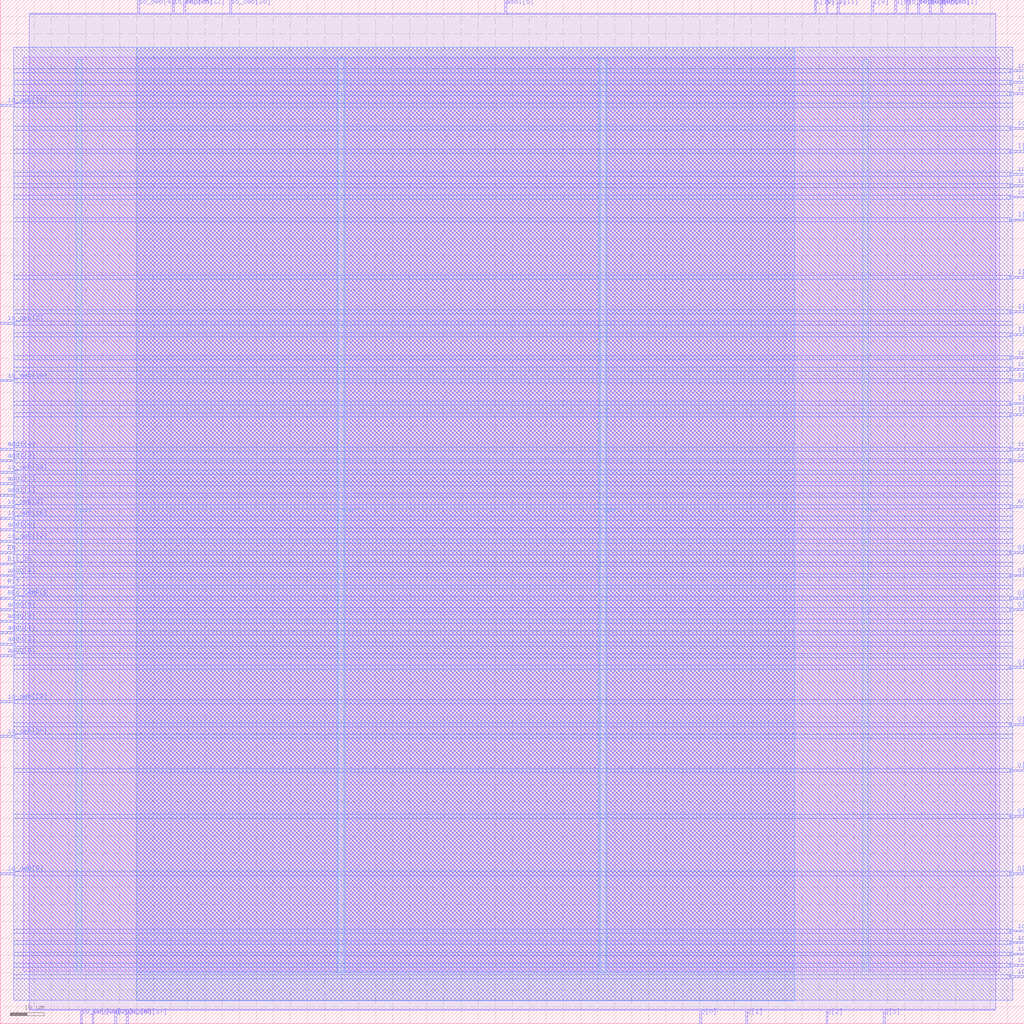
<source format=lef>
VERSION 5.7 ;
  NOWIREEXTENSIONATPIN ON ;
  DIVIDERCHAR "/" ;
  BUSBITCHARS "[]" ;
MACRO OQPSK_RCOSINE_ALL
  CLASS BLOCK ;
  FOREIGN OQPSK_RCOSINE_ALL ;
  ORIGIN 0.000 0.000 ;
  SIZE 300.000 BY 300.000 ;
  PIN ACK
    DIRECTION INPUT ;
    USE SIGNAL ;
    ANTENNAGATEAREA 0.741000 ;
    ANTENNADIFFAREA 0.410400 ;
    PORT
      LAYER Metal3 ;
        RECT 296.000 151.200 300.000 151.760 ;
    END
  END ACK
  PIN Bit_In
    DIRECTION INPUT ;
    USE SIGNAL ;
    ANTENNAGATEAREA 0.741000 ;
    ANTENNADIFFAREA 0.410400 ;
    PORT
      LAYER Metal3 ;
        RECT 0.000 134.400 4.000 134.960 ;
    END
  END Bit_In
  PIN EN
    DIRECTION INPUT ;
    USE SIGNAL ;
    ANTENNAGATEAREA 0.741000 ;
    ANTENNADIFFAREA 0.410400 ;
    PORT
      LAYER Metal3 ;
        RECT 0.000 137.760 4.000 138.320 ;
    END
  END EN
  PIN I[0]
    DIRECTION OUTPUT TRISTATE ;
    USE SIGNAL ;
    ANTENNADIFFAREA 4.731200 ;
    PORT
      LAYER Metal3 ;
        RECT 296.000 181.440 300.000 182.000 ;
    END
  END I[0]
  PIN I[10]
    DIRECTION OUTPUT TRISTATE ;
    USE SIGNAL ;
    ANTENNADIFFAREA 4.731200 ;
    PORT
      LAYER Metal2 ;
        RECT 238.560 296.000 239.120 300.000 ;
    END
  END I[10]
  PIN I[11]
    DIRECTION OUTPUT TRISTATE ;
    USE SIGNAL ;
    ANTENNADIFFAREA 4.731200 ;
    PORT
      LAYER Metal2 ;
        RECT 245.280 296.000 245.840 300.000 ;
    END
  END I[11]
  PIN I[12]
    DIRECTION OUTPUT TRISTATE ;
    USE SIGNAL ;
    ANTENNADIFFAREA 4.731200 ;
    PORT
      LAYER Metal2 ;
        RECT 241.920 296.000 242.480 300.000 ;
    END
  END I[12]
  PIN I[1]
    DIRECTION OUTPUT TRISTATE ;
    USE SIGNAL ;
    ANTENNADIFFAREA 4.731200 ;
    PORT
      LAYER Metal3 ;
        RECT 296.000 178.080 300.000 178.640 ;
    END
  END I[1]
  PIN I[2]
    DIRECTION OUTPUT TRISTATE ;
    USE SIGNAL ;
    ANTENNADIFFAREA 4.731200 ;
    PORT
      LAYER Metal3 ;
        RECT 296.000 188.160 300.000 188.720 ;
    END
  END I[2]
  PIN I[3]
    DIRECTION OUTPUT TRISTATE ;
    USE SIGNAL ;
    ANTENNADIFFAREA 4.731200 ;
    PORT
      LAYER Metal3 ;
        RECT 296.000 201.600 300.000 202.160 ;
    END
  END I[3]
  PIN I[4]
    DIRECTION OUTPUT TRISTATE ;
    USE SIGNAL ;
    ANTENNADIFFAREA 4.731200 ;
    PORT
      LAYER Metal3 ;
        RECT 296.000 208.320 300.000 208.880 ;
    END
  END I[4]
  PIN I[5]
    DIRECTION OUTPUT TRISTATE ;
    USE SIGNAL ;
    ANTENNADIFFAREA 4.731200 ;
    PORT
      LAYER Metal3 ;
        RECT 296.000 218.400 300.000 218.960 ;
    END
  END I[5]
  PIN I[6]
    DIRECTION OUTPUT TRISTATE ;
    USE SIGNAL ;
    ANTENNADIFFAREA 4.731200 ;
    PORT
      LAYER Metal3 ;
        RECT 296.000 235.200 300.000 235.760 ;
    END
  END I[6]
  PIN I[7]
    DIRECTION OUTPUT TRISTATE ;
    USE SIGNAL ;
    ANTENNADIFFAREA 4.731200 ;
    PORT
      LAYER Metal3 ;
        RECT 296.000 255.360 300.000 255.920 ;
    END
  END I[7]
  PIN I[8]
    DIRECTION OUTPUT TRISTATE ;
    USE SIGNAL ;
    ANTENNADIFFAREA 4.731200 ;
    PORT
      LAYER Metal2 ;
        RECT 262.080 296.000 262.640 300.000 ;
    END
  END I[8]
  PIN I[9]
    DIRECTION OUTPUT TRISTATE ;
    USE SIGNAL ;
    ANTENNADIFFAREA 4.731200 ;
    PORT
      LAYER Metal2 ;
        RECT 255.360 296.000 255.920 300.000 ;
    END
  END I[9]
  PIN Q[0]
    DIRECTION OUTPUT TRISTATE ;
    USE SIGNAL ;
    ANTENNADIFFAREA 4.731200 ;
    PORT
      LAYER Metal2 ;
        RECT 204.960 0.000 205.520 4.000 ;
    END
  END Q[0]
  PIN Q[10]
    DIRECTION OUTPUT TRISTATE ;
    USE SIGNAL ;
    ANTENNADIFFAREA 4.731200 ;
    PORT
      LAYER Metal3 ;
        RECT 296.000 131.040 300.000 131.600 ;
    END
  END Q[10]
  PIN Q[11]
    DIRECTION OUTPUT TRISTATE ;
    USE SIGNAL ;
    ANTENNADIFFAREA 4.731200 ;
    PORT
      LAYER Metal3 ;
        RECT 296.000 137.760 300.000 138.320 ;
    END
  END Q[11]
  PIN Q[12]
    DIRECTION OUTPUT TRISTATE ;
    USE SIGNAL ;
    ANTENNADIFFAREA 4.731200 ;
    PORT
      LAYER Metal3 ;
        RECT 296.000 124.320 300.000 124.880 ;
    END
  END Q[12]
  PIN Q[1]
    DIRECTION OUTPUT TRISTATE ;
    USE SIGNAL ;
    ANTENNADIFFAREA 4.731200 ;
    PORT
      LAYER Metal2 ;
        RECT 218.400 0.000 218.960 4.000 ;
    END
  END Q[1]
  PIN Q[2]
    DIRECTION OUTPUT TRISTATE ;
    USE SIGNAL ;
    ANTENNADIFFAREA 4.731200 ;
    PORT
      LAYER Metal2 ;
        RECT 241.920 0.000 242.480 4.000 ;
    END
  END Q[2]
  PIN Q[3]
    DIRECTION OUTPUT TRISTATE ;
    USE SIGNAL ;
    ANTENNADIFFAREA 4.731200 ;
    PORT
      LAYER Metal2 ;
        RECT 258.720 0.000 259.280 4.000 ;
    END
  END Q[3]
  PIN Q[4]
    DIRECTION OUTPUT TRISTATE ;
    USE SIGNAL ;
    ANTENNADIFFAREA 4.731200 ;
    PORT
      LAYER Metal3 ;
        RECT 296.000 43.680 300.000 44.240 ;
    END
  END Q[4]
  PIN Q[5]
    DIRECTION OUTPUT TRISTATE ;
    USE SIGNAL ;
    ANTENNADIFFAREA 4.731200 ;
    PORT
      LAYER Metal3 ;
        RECT 296.000 60.480 300.000 61.040 ;
    END
  END Q[5]
  PIN Q[6]
    DIRECTION OUTPUT TRISTATE ;
    USE SIGNAL ;
    ANTENNADIFFAREA 4.731200 ;
    PORT
      LAYER Metal3 ;
        RECT 296.000 73.920 300.000 74.480 ;
    END
  END Q[6]
  PIN Q[7]
    DIRECTION OUTPUT TRISTATE ;
    USE SIGNAL ;
    ANTENNADIFFAREA 4.731200 ;
    PORT
      LAYER Metal3 ;
        RECT 296.000 87.360 300.000 87.920 ;
    END
  END Q[7]
  PIN Q[8]
    DIRECTION OUTPUT TRISTATE ;
    USE SIGNAL ;
    ANTENNADIFFAREA 4.731200 ;
    PORT
      LAYER Metal3 ;
        RECT 296.000 104.160 300.000 104.720 ;
    END
  END Q[8]
  PIN Q[9]
    DIRECTION OUTPUT TRISTATE ;
    USE SIGNAL ;
    ANTENNADIFFAREA 4.731200 ;
    PORT
      LAYER Metal3 ;
        RECT 296.000 120.960 300.000 121.520 ;
    END
  END Q[9]
  PIN REQ_SAMPLE
    DIRECTION INPUT ;
    USE SIGNAL ;
    ANTENNAGATEAREA 0.741000 ;
    ANTENNADIFFAREA 0.410400 ;
    PORT
      LAYER Metal3 ;
        RECT 0.000 124.320 4.000 124.880 ;
    END
  END REQ_SAMPLE
  PIN RST
    DIRECTION INPUT ;
    USE SIGNAL ;
    ANTENNAGATEAREA 0.741000 ;
    ANTENNADIFFAREA 0.410400 ;
    PORT
      LAYER Metal3 ;
        RECT 0.000 127.680 4.000 128.240 ;
    END
  END RST
  PIN addI[0]
    DIRECTION OUTPUT TRISTATE ;
    USE SIGNAL ;
    ANTENNADIFFAREA 4.731200 ;
    PORT
      LAYER Metal3 ;
        RECT 0.000 144.480 4.000 145.040 ;
    END
  END addI[0]
  PIN addI[1]
    DIRECTION OUTPUT TRISTATE ;
    USE SIGNAL ;
    ANTENNADIFFAREA 4.731200 ;
    PORT
      LAYER Metal3 ;
        RECT 0.000 154.560 4.000 155.120 ;
    END
  END addI[1]
  PIN addI[2]
    DIRECTION OUTPUT TRISTATE ;
    USE SIGNAL ;
    ANTENNADIFFAREA 4.731200 ;
    PORT
      LAYER Metal3 ;
        RECT 0.000 164.640 4.000 165.200 ;
    END
  END addI[2]
  PIN addI[3]
    DIRECTION OUTPUT TRISTATE ;
    USE SIGNAL ;
    ANTENNADIFFAREA 4.731200 ;
    PORT
      LAYER Metal3 ;
        RECT 0.000 157.920 4.000 158.480 ;
    END
  END addI[3]
  PIN addI[4]
    DIRECTION OUTPUT TRISTATE ;
    USE SIGNAL ;
    ANTENNADIFFAREA 4.731200 ;
    PORT
      LAYER Metal3 ;
        RECT 0.000 168.000 4.000 168.560 ;
    END
  END addI[4]
  PIN addI[5]
    DIRECTION OUTPUT TRISTATE ;
    USE SIGNAL ;
    ANTENNADIFFAREA 4.731200 ;
    PORT
      LAYER Metal2 ;
        RECT 147.840 296.000 148.400 300.000 ;
    END
  END addI[5]
  PIN addQ[0]
    DIRECTION OUTPUT TRISTATE ;
    USE SIGNAL ;
    ANTENNADIFFAREA 4.731200 ;
    PORT
      LAYER Metal3 ;
        RECT 0.000 107.520 4.000 108.080 ;
    END
  END addQ[0]
  PIN addQ[1]
    DIRECTION OUTPUT TRISTATE ;
    USE SIGNAL ;
    ANTENNADIFFAREA 4.731200 ;
    PORT
      LAYER Metal3 ;
        RECT 0.000 114.240 4.000 114.800 ;
    END
  END addQ[1]
  PIN addQ[2]
    DIRECTION OUTPUT TRISTATE ;
    USE SIGNAL ;
    ANTENNADIFFAREA 4.731200 ;
    PORT
      LAYER Metal3 ;
        RECT 0.000 110.880 4.000 111.440 ;
    END
  END addQ[2]
  PIN addQ[3]
    DIRECTION OUTPUT TRISTATE ;
    USE SIGNAL ;
    ANTENNADIFFAREA 4.731200 ;
    PORT
      LAYER Metal3 ;
        RECT 0.000 117.600 4.000 118.160 ;
    END
  END addQ[3]
  PIN addQ[4]
    DIRECTION OUTPUT TRISTATE ;
    USE SIGNAL ;
    ANTENNADIFFAREA 4.731200 ;
    PORT
      LAYER Metal3 ;
        RECT 0.000 131.040 4.000 131.600 ;
    END
  END addQ[4]
  PIN addQ[5]
    DIRECTION OUTPUT TRISTATE ;
    USE SIGNAL ;
    ANTENNADIFFAREA 4.731200 ;
    PORT
      LAYER Metal3 ;
        RECT 0.000 120.960 4.000 121.520 ;
    END
  END addQ[5]
  PIN io_oeb[0]
    DIRECTION OUTPUT TRISTATE ;
    USE SIGNAL ;
    ANTENNADIFFAREA 0.536800 ;
    PORT
      LAYER Metal3 ;
        RECT 296.000 241.920 300.000 242.480 ;
    END
  END io_oeb[0]
  PIN io_oeb[10]
    DIRECTION OUTPUT TRISTATE ;
    USE SIGNAL ;
    ANTENNADIFFAREA 0.360800 ;
    PORT
      LAYER Metal3 ;
        RECT 0.000 268.800 4.000 269.360 ;
    END
  END io_oeb[10]
  PIN io_oeb[11]
    DIRECTION OUTPUT TRISTATE ;
    USE SIGNAL ;
    ANTENNADIFFAREA 0.360800 ;
    PORT
      LAYER Metal3 ;
        RECT 296.000 272.160 300.000 272.720 ;
    END
  END io_oeb[11]
  PIN io_oeb[12]
    DIRECTION OUTPUT TRISTATE ;
    USE SIGNAL ;
    ANTENNADIFFAREA 0.360800 ;
    PORT
      LAYER Metal3 ;
        RECT 0.000 141.120 4.000 141.680 ;
    END
  END io_oeb[12]
  PIN io_oeb[13]
    DIRECTION OUTPUT TRISTATE ;
    USE SIGNAL ;
    ANTENNADIFFAREA 0.360800 ;
    PORT
      LAYER Metal3 ;
        RECT 296.000 275.520 300.000 276.080 ;
    END
  END io_oeb[13]
  PIN io_oeb[14]
    DIRECTION OUTPUT TRISTATE ;
    USE SIGNAL ;
    ANTENNADIFFAREA 0.360800 ;
    PORT
      LAYER Metal3 ;
        RECT 296.000 13.440 300.000 14.000 ;
    END
  END io_oeb[14]
  PIN io_oeb[15]
    DIRECTION OUTPUT TRISTATE ;
    USE SIGNAL ;
    ANTENNADIFFAREA 0.360800 ;
    PORT
      LAYER Metal3 ;
        RECT 296.000 248.640 300.000 249.200 ;
    END
  END io_oeb[15]
  PIN io_oeb[16]
    DIRECTION OUTPUT TRISTATE ;
    USE SIGNAL ;
    ANTENNADIFFAREA 0.360800 ;
    PORT
      LAYER Metal3 ;
        RECT 0.000 147.840 4.000 148.400 ;
    END
  END io_oeb[16]
  PIN io_oeb[17]
    DIRECTION OUTPUT TRISTATE ;
    USE SIGNAL ;
    ANTENNADIFFAREA 0.360800 ;
    PORT
      LAYER Metal2 ;
        RECT 265.440 296.000 266.000 300.000 ;
    END
  END io_oeb[17]
  PIN io_oeb[18]
    DIRECTION OUTPUT TRISTATE ;
    USE SIGNAL ;
    ANTENNADIFFAREA 0.360800 ;
    PORT
      LAYER Metal3 ;
        RECT 296.000 191.520 300.000 192.080 ;
    END
  END io_oeb[18]
  PIN io_oeb[19]
    DIRECTION OUTPUT TRISTATE ;
    USE SIGNAL ;
    ANTENNADIFFAREA 0.360800 ;
    PORT
      LAYER Metal3 ;
        RECT 0.000 188.160 4.000 188.720 ;
    END
  END io_oeb[19]
  PIN io_oeb[1]
    DIRECTION OUTPUT TRISTATE ;
    USE SIGNAL ;
    ANTENNADIFFAREA 0.536800 ;
    PORT
      LAYER Metal2 ;
        RECT 275.520 296.000 276.080 300.000 ;
    END
  END io_oeb[1]
  PIN io_oeb[20]
    DIRECTION OUTPUT TRISTATE ;
    USE SIGNAL ;
    ANTENNADIFFAREA 0.360800 ;
    PORT
      LAYER Metal2 ;
        RECT 26.880 0.000 27.440 4.000 ;
    END
  END io_oeb[20]
  PIN io_oeb[21]
    DIRECTION OUTPUT TRISTATE ;
    USE SIGNAL ;
    ANTENNADIFFAREA 0.360800 ;
    PORT
      LAYER Metal3 ;
        RECT 296.000 194.880 300.000 195.440 ;
    END
  END io_oeb[21]
  PIN io_oeb[22]
    DIRECTION OUTPUT TRISTATE ;
    USE SIGNAL ;
    ANTENNADIFFAREA 0.360800 ;
    PORT
      LAYER Metal3 ;
        RECT 296.000 164.640 300.000 165.200 ;
    END
  END io_oeb[22]
  PIN io_oeb[23]
    DIRECTION OUTPUT TRISTATE ;
    USE SIGNAL ;
    ANTENNADIFFAREA 0.360800 ;
    PORT
      LAYER Metal3 ;
        RECT 0.000 94.080 4.000 94.640 ;
    END
  END io_oeb[23]
  PIN io_oeb[24]
    DIRECTION OUTPUT TRISTATE ;
    USE SIGNAL ;
    ANTENNADIFFAREA 0.360800 ;
    PORT
      LAYER Metal3 ;
        RECT 296.000 20.160 300.000 20.720 ;
    END
  END io_oeb[24]
  PIN io_oeb[25]
    DIRECTION OUTPUT TRISTATE ;
    USE SIGNAL ;
    ANTENNADIFFAREA 0.360800 ;
    PORT
      LAYER Metal2 ;
        RECT 50.400 296.000 50.960 300.000 ;
    END
  END io_oeb[25]
  PIN io_oeb[26]
    DIRECTION OUTPUT TRISTATE ;
    USE SIGNAL ;
    ANTENNADIFFAREA 0.360800 ;
    PORT
      LAYER Metal3 ;
        RECT 296.000 168.000 300.000 168.560 ;
    END
  END io_oeb[26]
  PIN io_oeb[27]
    DIRECTION OUTPUT TRISTATE ;
    USE SIGNAL ;
    ANTENNADIFFAREA 0.360800 ;
    PORT
      LAYER Metal2 ;
        RECT 23.520 0.000 24.080 4.000 ;
    END
  END io_oeb[27]
  PIN io_oeb[28]
    DIRECTION OUTPUT TRISTATE ;
    USE SIGNAL ;
    ANTENNADIFFAREA 0.360800 ;
    PORT
      LAYER Metal2 ;
        RECT 67.200 296.000 67.760 300.000 ;
    END
  END io_oeb[28]
  PIN io_oeb[29]
    DIRECTION OUTPUT TRISTATE ;
    USE SIGNAL ;
    ANTENNADIFFAREA 0.360800 ;
    PORT
      LAYER Metal3 ;
        RECT 296.000 245.280 300.000 245.840 ;
    END
  END io_oeb[29]
  PIN io_oeb[2]
    DIRECTION OUTPUT TRISTATE ;
    USE SIGNAL ;
    ANTENNADIFFAREA 0.536800 ;
    PORT
      LAYER Metal3 ;
        RECT 0.000 204.960 4.000 205.520 ;
    END
  END io_oeb[2]
  PIN io_oeb[30]
    DIRECTION OUTPUT TRISTATE ;
    USE SIGNAL ;
    ANTENNADIFFAREA 0.360800 ;
    PORT
      LAYER Metal3 ;
        RECT 0.000 84.000 4.000 84.560 ;
    END
  END io_oeb[30]
  PIN io_oeb[31]
    DIRECTION OUTPUT TRISTATE ;
    USE SIGNAL ;
    ANTENNADIFFAREA 0.360800 ;
    PORT
      LAYER Metal3 ;
        RECT 296.000 16.800 300.000 17.360 ;
    END
  END io_oeb[31]
  PIN io_oeb[32]
    DIRECTION OUTPUT TRISTATE ;
    USE SIGNAL ;
    ANTENNADIFFAREA 0.360800 ;
    PORT
      LAYER Metal2 ;
        RECT 53.760 296.000 54.320 300.000 ;
    END
  END io_oeb[32]
  PIN io_oeb[33]
    DIRECTION OUTPUT TRISTATE ;
    USE SIGNAL ;
    ANTENNADIFFAREA 0.360800 ;
    PORT
      LAYER Metal2 ;
        RECT 272.160 296.000 272.720 300.000 ;
    END
  END io_oeb[33]
  PIN io_oeb[34]
    DIRECTION OUTPUT TRISTATE ;
    USE SIGNAL ;
    ANTENNADIFFAREA 0.360800 ;
    PORT
      LAYER Metal3 ;
        RECT 0.000 161.280 4.000 161.840 ;
    END
  END io_oeb[34]
  PIN io_oeb[35]
    DIRECTION OUTPUT TRISTATE ;
    USE SIGNAL ;
    ANTENNADIFFAREA 0.360800 ;
    PORT
      LAYER Metal3 ;
        RECT 296.000 262.080 300.000 262.640 ;
    END
  END io_oeb[35]
  PIN io_oeb[36]
    DIRECTION OUTPUT TRISTATE ;
    USE SIGNAL ;
    ANTENNADIFFAREA 0.360800 ;
    PORT
      LAYER Metal2 ;
        RECT 268.800 296.000 269.360 300.000 ;
    END
  END io_oeb[36]
  PIN io_oeb[37]
    DIRECTION OUTPUT TRISTATE ;
    USE SIGNAL ;
    ANTENNADIFFAREA 0.360800 ;
    PORT
      LAYER Metal2 ;
        RECT 36.960 0.000 37.520 4.000 ;
    END
  END io_oeb[37]
  PIN io_oeb[3]
    DIRECTION OUTPUT TRISTATE ;
    USE SIGNAL ;
    ANTENNADIFFAREA 0.536800 ;
    PORT
      LAYER Metal3 ;
        RECT 296.000 278.880 300.000 279.440 ;
    END
  END io_oeb[3]
  PIN io_oeb[4]
    DIRECTION OUTPUT TRISTATE ;
    USE SIGNAL ;
    ANTENNADIFFAREA 0.536800 ;
    PORT
      LAYER Metal2 ;
        RECT 40.320 296.000 40.880 300.000 ;
    END
  END io_oeb[4]
  PIN io_oeb[5]
    DIRECTION OUTPUT TRISTATE ;
    USE SIGNAL ;
    ANTENNADIFFAREA 0.536800 ;
    PORT
      LAYER Metal3 ;
        RECT 296.000 26.880 300.000 27.440 ;
    END
  END io_oeb[5]
  PIN io_oeb[6]
    DIRECTION OUTPUT TRISTATE ;
    USE SIGNAL ;
    ANTENNADIFFAREA 0.536800 ;
    PORT
      LAYER Metal2 ;
        RECT 33.600 0.000 34.160 4.000 ;
    END
  END io_oeb[6]
  PIN io_oeb[7]
    DIRECTION OUTPUT TRISTATE ;
    USE SIGNAL ;
    ANTENNADIFFAREA 0.536800 ;
    PORT
      LAYER Metal3 ;
        RECT 296.000 23.520 300.000 24.080 ;
    END
  END io_oeb[7]
  PIN io_oeb[8]
    DIRECTION OUTPUT TRISTATE ;
    USE SIGNAL ;
    ANTENNADIFFAREA 0.536800 ;
    PORT
      LAYER Metal3 ;
        RECT 0.000 151.200 4.000 151.760 ;
    END
  END io_oeb[8]
  PIN io_oeb[9]
    DIRECTION OUTPUT TRISTATE ;
    USE SIGNAL ;
    ANTENNADIFFAREA 0.360800 ;
    PORT
      LAYER Metal3 ;
        RECT 0.000 43.680 4.000 44.240 ;
    END
  END io_oeb[9]
  PIN vdd
    DIRECTION INOUT ;
    USE POWER ;
    PORT
      LAYER Metal4 ;
        RECT 22.240 15.380 23.840 282.540 ;
    END
    PORT
      LAYER Metal4 ;
        RECT 175.840 15.380 177.440 282.540 ;
    END
  END vdd
  PIN vss
    DIRECTION INOUT ;
    USE GROUND ;
    PORT
      LAYER Metal4 ;
        RECT 99.040 15.380 100.640 282.540 ;
    END
    PORT
      LAYER Metal4 ;
        RECT 252.640 15.380 254.240 282.540 ;
    END
  END vss
  OBS
      LAYER Metal1 ;
        RECT 6.720 15.380 292.880 283.210 ;
      LAYER Metal2 ;
        RECT 8.540 295.700 40.020 296.000 ;
        RECT 41.180 295.700 50.100 296.000 ;
        RECT 51.260 295.700 53.460 296.000 ;
        RECT 54.620 295.700 66.900 296.000 ;
        RECT 68.060 295.700 147.540 296.000 ;
        RECT 148.700 295.700 238.260 296.000 ;
        RECT 239.420 295.700 241.620 296.000 ;
        RECT 242.780 295.700 244.980 296.000 ;
        RECT 246.140 295.700 255.060 296.000 ;
        RECT 256.220 295.700 261.780 296.000 ;
        RECT 262.940 295.700 265.140 296.000 ;
        RECT 266.300 295.700 268.500 296.000 ;
        RECT 269.660 295.700 271.860 296.000 ;
        RECT 273.020 295.700 275.220 296.000 ;
        RECT 276.380 295.700 291.620 296.000 ;
        RECT 8.540 4.300 291.620 295.700 ;
        RECT 8.540 4.000 23.220 4.300 ;
        RECT 24.380 4.000 26.580 4.300 ;
        RECT 27.740 4.000 33.300 4.300 ;
        RECT 34.460 4.000 36.660 4.300 ;
        RECT 37.820 4.000 204.660 4.300 ;
        RECT 205.820 4.000 218.100 4.300 ;
        RECT 219.260 4.000 241.620 4.300 ;
        RECT 242.780 4.000 258.420 4.300 ;
        RECT 259.580 4.000 291.620 4.300 ;
      LAYER Metal3 ;
        RECT 4.000 279.740 296.660 286.020 ;
        RECT 4.000 278.580 295.700 279.740 ;
        RECT 4.000 276.380 296.660 278.580 ;
        RECT 4.000 275.220 295.700 276.380 ;
        RECT 4.000 273.020 296.660 275.220 ;
        RECT 4.000 271.860 295.700 273.020 ;
        RECT 4.000 269.660 296.660 271.860 ;
        RECT 4.300 268.500 296.660 269.660 ;
        RECT 4.000 262.940 296.660 268.500 ;
        RECT 4.000 261.780 295.700 262.940 ;
        RECT 4.000 256.220 296.660 261.780 ;
        RECT 4.000 255.060 295.700 256.220 ;
        RECT 4.000 249.500 296.660 255.060 ;
        RECT 4.000 248.340 295.700 249.500 ;
        RECT 4.000 246.140 296.660 248.340 ;
        RECT 4.000 244.980 295.700 246.140 ;
        RECT 4.000 242.780 296.660 244.980 ;
        RECT 4.000 241.620 295.700 242.780 ;
        RECT 4.000 236.060 296.660 241.620 ;
        RECT 4.000 234.900 295.700 236.060 ;
        RECT 4.000 219.260 296.660 234.900 ;
        RECT 4.000 218.100 295.700 219.260 ;
        RECT 4.000 209.180 296.660 218.100 ;
        RECT 4.000 208.020 295.700 209.180 ;
        RECT 4.000 205.820 296.660 208.020 ;
        RECT 4.300 204.660 296.660 205.820 ;
        RECT 4.000 202.460 296.660 204.660 ;
        RECT 4.000 201.300 295.700 202.460 ;
        RECT 4.000 195.740 296.660 201.300 ;
        RECT 4.000 194.580 295.700 195.740 ;
        RECT 4.000 192.380 296.660 194.580 ;
        RECT 4.000 191.220 295.700 192.380 ;
        RECT 4.000 189.020 296.660 191.220 ;
        RECT 4.300 187.860 295.700 189.020 ;
        RECT 4.000 182.300 296.660 187.860 ;
        RECT 4.000 181.140 295.700 182.300 ;
        RECT 4.000 178.940 296.660 181.140 ;
        RECT 4.000 177.780 295.700 178.940 ;
        RECT 4.000 168.860 296.660 177.780 ;
        RECT 4.300 167.700 295.700 168.860 ;
        RECT 4.000 165.500 296.660 167.700 ;
        RECT 4.300 164.340 295.700 165.500 ;
        RECT 4.000 162.140 296.660 164.340 ;
        RECT 4.300 160.980 296.660 162.140 ;
        RECT 4.000 158.780 296.660 160.980 ;
        RECT 4.300 157.620 296.660 158.780 ;
        RECT 4.000 155.420 296.660 157.620 ;
        RECT 4.300 154.260 296.660 155.420 ;
        RECT 4.000 152.060 296.660 154.260 ;
        RECT 4.300 150.900 295.700 152.060 ;
        RECT 4.000 148.700 296.660 150.900 ;
        RECT 4.300 147.540 296.660 148.700 ;
        RECT 4.000 145.340 296.660 147.540 ;
        RECT 4.300 144.180 296.660 145.340 ;
        RECT 4.000 141.980 296.660 144.180 ;
        RECT 4.300 140.820 296.660 141.980 ;
        RECT 4.000 138.620 296.660 140.820 ;
        RECT 4.300 137.460 295.700 138.620 ;
        RECT 4.000 135.260 296.660 137.460 ;
        RECT 4.300 134.100 296.660 135.260 ;
        RECT 4.000 131.900 296.660 134.100 ;
        RECT 4.300 130.740 295.700 131.900 ;
        RECT 4.000 128.540 296.660 130.740 ;
        RECT 4.300 127.380 296.660 128.540 ;
        RECT 4.000 125.180 296.660 127.380 ;
        RECT 4.300 124.020 295.700 125.180 ;
        RECT 4.000 121.820 296.660 124.020 ;
        RECT 4.300 120.660 295.700 121.820 ;
        RECT 4.000 118.460 296.660 120.660 ;
        RECT 4.300 117.300 296.660 118.460 ;
        RECT 4.000 115.100 296.660 117.300 ;
        RECT 4.300 113.940 296.660 115.100 ;
        RECT 4.000 111.740 296.660 113.940 ;
        RECT 4.300 110.580 296.660 111.740 ;
        RECT 4.000 108.380 296.660 110.580 ;
        RECT 4.300 107.220 296.660 108.380 ;
        RECT 4.000 105.020 296.660 107.220 ;
        RECT 4.000 103.860 295.700 105.020 ;
        RECT 4.000 94.940 296.660 103.860 ;
        RECT 4.300 93.780 296.660 94.940 ;
        RECT 4.000 88.220 296.660 93.780 ;
        RECT 4.000 87.060 295.700 88.220 ;
        RECT 4.000 84.860 296.660 87.060 ;
        RECT 4.300 83.700 296.660 84.860 ;
        RECT 4.000 74.780 296.660 83.700 ;
        RECT 4.000 73.620 295.700 74.780 ;
        RECT 4.000 61.340 296.660 73.620 ;
        RECT 4.000 60.180 295.700 61.340 ;
        RECT 4.000 44.540 296.660 60.180 ;
        RECT 4.300 43.380 295.700 44.540 ;
        RECT 4.000 27.740 296.660 43.380 ;
        RECT 4.000 26.580 295.700 27.740 ;
        RECT 4.000 24.380 296.660 26.580 ;
        RECT 4.000 23.220 295.700 24.380 ;
        RECT 4.000 21.020 296.660 23.220 ;
        RECT 4.000 19.860 295.700 21.020 ;
        RECT 4.000 17.660 296.660 19.860 ;
        RECT 4.000 16.500 295.700 17.660 ;
        RECT 4.000 14.300 296.660 16.500 ;
        RECT 4.000 13.140 295.700 14.300 ;
        RECT 4.000 6.860 296.660 13.140 ;
      LAYER Metal4 ;
        RECT 39.900 282.840 232.820 286.070 ;
        RECT 39.900 15.080 98.740 282.840 ;
        RECT 100.940 15.080 175.540 282.840 ;
        RECT 177.740 15.080 232.820 282.840 ;
        RECT 39.900 6.810 232.820 15.080 ;
  END
END OQPSK_RCOSINE_ALL
END LIBRARY


</source>
